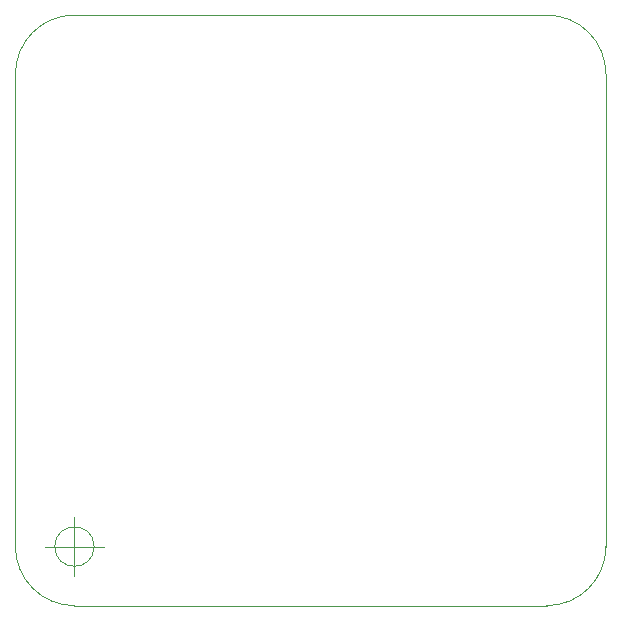
<source format=gm1>
%TF.GenerationSoftware,KiCad,Pcbnew,(5.1.6-0-10_14)*%
%TF.CreationDate,2021-04-22T17:40:41-07:00*%
%TF.ProjectId,BetsyBoardBig,42657473-7942-46f6-9172-644269672e6b,rev?*%
%TF.SameCoordinates,Original*%
%TF.FileFunction,Profile,NP*%
%FSLAX46Y46*%
G04 Gerber Fmt 4.6, Leading zero omitted, Abs format (unit mm)*
G04 Created by KiCad (PCBNEW (5.1.6-0-10_14)) date 2021-04-22 17:40:41*
%MOMM*%
%LPD*%
G01*
G04 APERTURE LIST*
%TA.AperFunction,Profile*%
%ADD10C,0.100000*%
%TD*%
G04 APERTURE END LIST*
D10*
X101666666Y-95000000D02*
G75*
G03*
X101666666Y-95000000I-1666666J0D01*
G01*
X97500000Y-95000000D02*
X102500000Y-95000000D01*
X100000000Y-92500000D02*
X100000000Y-97500000D01*
X145000000Y-55000000D02*
X145000000Y-95000000D01*
X145000000Y-95000000D02*
G75*
G02*
X140000000Y-100000000I-5000000J0D01*
G01*
X100000000Y-100000000D02*
G75*
G02*
X95000000Y-95000000I0J5000000D01*
G01*
X95000000Y-55000000D02*
G75*
G02*
X100000000Y-50000000I5000000J0D01*
G01*
X140000000Y-50000000D02*
G75*
G02*
X145000000Y-55000000I0J-5000000D01*
G01*
X100000000Y-50000000D02*
X140000000Y-50000000D01*
X95000000Y-95000000D02*
X95000000Y-55000000D01*
X140000000Y-100000000D02*
X100000000Y-100000000D01*
M02*

</source>
